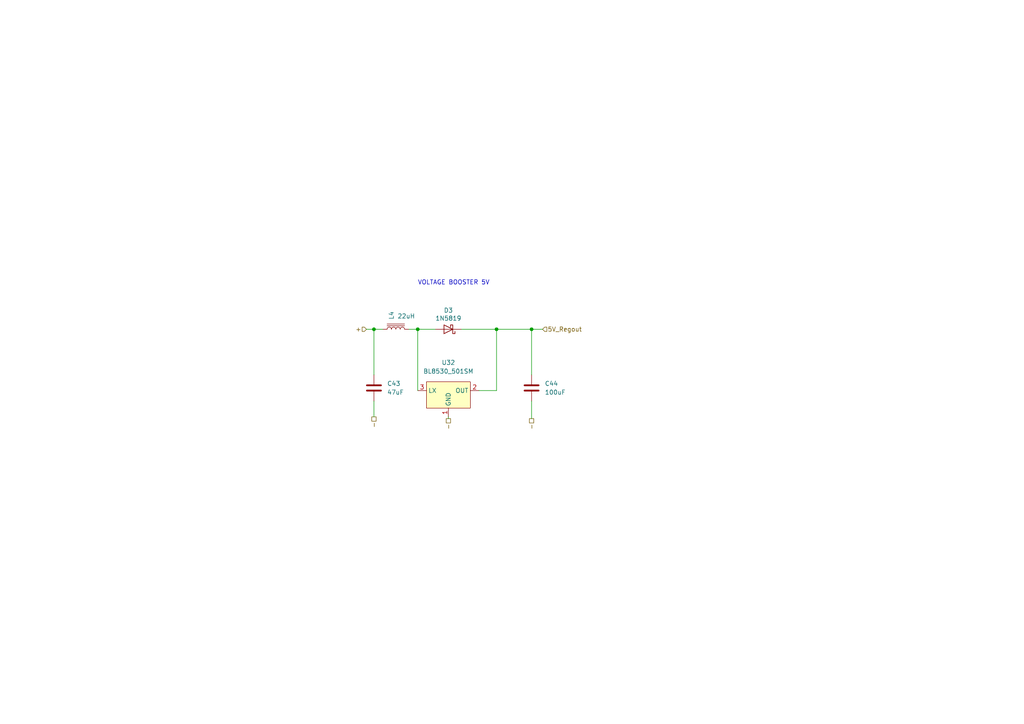
<source format=kicad_sch>
(kicad_sch (version 20211123) (generator eeschema)

  (uuid 3275b0ff-f798-4ad1-978e-d19846ab31af)

  (paper "A4")

  (lib_symbols
    (symbol "Device:C" (pin_numbers hide) (pin_names (offset 0.254)) (in_bom yes) (on_board yes)
      (property "Reference" "C" (id 0) (at 0.635 2.54 0)
        (effects (font (size 1.27 1.27)) (justify left))
      )
      (property "Value" "C" (id 1) (at 0.635 -2.54 0)
        (effects (font (size 1.27 1.27)) (justify left))
      )
      (property "Footprint" "" (id 2) (at 0.9652 -3.81 0)
        (effects (font (size 1.27 1.27)) hide)
      )
      (property "Datasheet" "~" (id 3) (at 0 0 0)
        (effects (font (size 1.27 1.27)) hide)
      )
      (property "ki_keywords" "cap capacitor" (id 4) (at 0 0 0)
        (effects (font (size 1.27 1.27)) hide)
      )
      (property "ki_description" "Unpolarized capacitor" (id 5) (at 0 0 0)
        (effects (font (size 1.27 1.27)) hide)
      )
      (property "ki_fp_filters" "C_*" (id 6) (at 0 0 0)
        (effects (font (size 1.27 1.27)) hide)
      )
      (symbol "C_0_1"
        (polyline
          (pts
            (xy -2.032 -0.762)
            (xy 2.032 -0.762)
          )
          (stroke (width 0.508) (type default) (color 0 0 0 0))
          (fill (type none))
        )
        (polyline
          (pts
            (xy -2.032 0.762)
            (xy 2.032 0.762)
          )
          (stroke (width 0.508) (type default) (color 0 0 0 0))
          (fill (type none))
        )
      )
      (symbol "C_1_1"
        (pin passive line (at 0 3.81 270) (length 2.794)
          (name "~" (effects (font (size 1.27 1.27))))
          (number "1" (effects (font (size 1.27 1.27))))
        )
        (pin passive line (at 0 -3.81 90) (length 2.794)
          (name "~" (effects (font (size 1.27 1.27))))
          (number "2" (effects (font (size 1.27 1.27))))
        )
      )
    )
    (symbol "Device:L_Iron" (pin_numbers hide) (pin_names (offset 1.016) hide) (in_bom yes) (on_board yes)
      (property "Reference" "L" (id 0) (at -1.27 0 90)
        (effects (font (size 1.27 1.27)))
      )
      (property "Value" "L_Iron" (id 1) (at 2.794 0 90)
        (effects (font (size 1.27 1.27)))
      )
      (property "Footprint" "" (id 2) (at 0 0 0)
        (effects (font (size 1.27 1.27)) hide)
      )
      (property "Datasheet" "~" (id 3) (at 0 0 0)
        (effects (font (size 1.27 1.27)) hide)
      )
      (property "ki_keywords" "inductor choke coil reactor magnetic" (id 4) (at 0 0 0)
        (effects (font (size 1.27 1.27)) hide)
      )
      (property "ki_description" "Inductor with iron core" (id 5) (at 0 0 0)
        (effects (font (size 1.27 1.27)) hide)
      )
      (property "ki_fp_filters" "Choke_* *Coil* Inductor_* L_*" (id 6) (at 0 0 0)
        (effects (font (size 1.27 1.27)) hide)
      )
      (symbol "L_Iron_0_1"
        (arc (start 0 -2.54) (mid 0.635 -1.905) (end 0 -1.27)
          (stroke (width 0) (type default) (color 0 0 0 0))
          (fill (type none))
        )
        (arc (start 0 -1.27) (mid 0.635 -0.635) (end 0 0)
          (stroke (width 0) (type default) (color 0 0 0 0))
          (fill (type none))
        )
        (polyline
          (pts
            (xy 1.016 2.54)
            (xy 1.016 -2.54)
          )
          (stroke (width 0) (type default) (color 0 0 0 0))
          (fill (type none))
        )
        (polyline
          (pts
            (xy 1.524 -2.54)
            (xy 1.524 2.54)
          )
          (stroke (width 0) (type default) (color 0 0 0 0))
          (fill (type none))
        )
        (arc (start 0 0) (mid 0.635 0.635) (end 0 1.27)
          (stroke (width 0) (type default) (color 0 0 0 0))
          (fill (type none))
        )
        (arc (start 0 1.27) (mid 0.635 1.905) (end 0 2.54)
          (stroke (width 0) (type default) (color 0 0 0 0))
          (fill (type none))
        )
      )
      (symbol "L_Iron_1_1"
        (pin passive line (at 0 3.81 270) (length 1.27)
          (name "1" (effects (font (size 1.27 1.27))))
          (number "1" (effects (font (size 1.27 1.27))))
        )
        (pin passive line (at 0 -3.81 90) (length 1.27)
          (name "2" (effects (font (size 1.27 1.27))))
          (number "2" (effects (font (size 1.27 1.27))))
        )
      )
    )
    (symbol "Library:BL8530_501SM" (in_bom yes) (on_board yes)
      (property "Reference" "U" (id 0) (at -1.27 8.89 0)
        (effects (font (size 1.27 1.27)))
      )
      (property "Value" "BL8530_501SM" (id 1) (at 0 6.35 0)
        (effects (font (size 1.27 1.27)))
      )
      (property "Footprint" "Package_TO_SOT_SMD:SOT-89-3" (id 2) (at -1.27 7.62 0)
        (effects (font (size 1.27 1.27)) hide)
      )
      (property "Datasheet" "" (id 3) (at -1.27 7.62 0)
        (effects (font (size 1.27 1.27)) hide)
      )
      (symbol "BL8530_501SM_0_1"
        (rectangle (start -6.35 5.08) (end 6.35 -2.54)
          (stroke (width 0) (type default) (color 0 0 0 0))
          (fill (type background))
        )
      )
      (symbol "BL8530_501SM_1_1"
        (pin input line (at 0 -5.08 90) (length 2.54)
          (name "GND" (effects (font (size 1.27 1.27))))
          (number "1" (effects (font (size 1.27 1.27))))
        )
        (pin input line (at 8.89 2.54 180) (length 2.54)
          (name "OUT" (effects (font (size 1.27 1.27))))
          (number "2" (effects (font (size 1.27 1.27))))
        )
        (pin input line (at -8.89 2.54 0) (length 2.54)
          (name "LX" (effects (font (size 1.27 1.27))))
          (number "3" (effects (font (size 1.27 1.27))))
        )
      )
    )
    (symbol "nrfmicro-rescue:MBR0520" (pin_numbers hide) (pin_names (offset 1.016) hide) (in_bom yes) (on_board yes)
      (property "Reference" "D" (id 0) (at 0 2.54 0)
        (effects (font (size 1.27 1.27)))
      )
      (property "Value" "MBR0520" (id 1) (at 0 -2.54 0)
        (effects (font (size 1.27 1.27)))
      )
      (property "Footprint" "Diodes_SMD:SOD-123" (id 2) (at 0 -4.445 0)
        (effects (font (size 1.27 1.27)) hide)
      )
      (property "Datasheet" "" (id 3) (at 0 0 0)
        (effects (font (size 1.27 1.27)) hide)
      )
      (property "ki_fp_filters" "D*SOD?123*" (id 4) (at 0 0 0)
        (effects (font (size 1.27 1.27)) hide)
      )
      (symbol "MBR0520_0_1"
        (polyline
          (pts
            (xy 1.27 0)
            (xy -1.27 0)
          )
          (stroke (width 0) (type default) (color 0 0 0 0))
          (fill (type none))
        )
        (polyline
          (pts
            (xy 1.27 1.27)
            (xy 1.27 -1.27)
            (xy -1.27 0)
            (xy 1.27 1.27)
          )
          (stroke (width 0.2032) (type default) (color 0 0 0 0))
          (fill (type none))
        )
        (polyline
          (pts
            (xy -1.905 0.635)
            (xy -1.905 1.27)
            (xy -1.27 1.27)
            (xy -1.27 -1.27)
            (xy -0.635 -1.27)
            (xy -0.635 -0.635)
          )
          (stroke (width 0.2032) (type default) (color 0 0 0 0))
          (fill (type none))
        )
      )
      (symbol "MBR0520_1_1"
        (pin passive line (at -3.81 0 0) (length 2.54)
          (name "K" (effects (font (size 1.27 1.27))))
          (number "1" (effects (font (size 1.27 1.27))))
        )
        (pin passive line (at 3.81 0 180) (length 2.54)
          (name "A" (effects (font (size 1.27 1.27))))
          (number "2" (effects (font (size 1.27 1.27))))
        )
      )
    )
  )

  (junction (at 121.158 95.504) (diameter 0) (color 0 0 0 0)
    (uuid 5addf36d-27f5-4b24-afb8-bb75d47ace2f)
  )
  (junction (at 144.018 95.504) (diameter 0) (color 0 0 0 0)
    (uuid c57eafd8-e45f-4725-a181-652454161dd9)
  )
  (junction (at 154.178 95.504) (diameter 0) (color 0 0 0 0)
    (uuid dafffc82-85af-4897-b022-b43e9f8b4733)
  )
  (junction (at 108.458 95.504) (diameter 0) (color 0 0 0 0)
    (uuid eaaa7ecc-5f0e-46b2-8f90-21144aeb1857)
  )

  (wire (pts (xy 154.178 121.412) (xy 154.178 116.332))
    (stroke (width 0) (type default) (color 0 0 0 0))
    (uuid 2c9196bd-6c9f-48b0-9d82-4786f370c718)
  )
  (wire (pts (xy 121.158 95.504) (xy 126.238 95.504))
    (stroke (width 0) (type default) (color 0 0 0 0))
    (uuid 42e7f93c-09e9-4ef3-9c92-4bcf75db5f6c)
  )
  (wire (pts (xy 108.458 95.504) (xy 110.998 95.504))
    (stroke (width 0) (type default) (color 0 0 0 0))
    (uuid 4baa2f40-535e-4ddb-8aa5-3347bee49194)
  )
  (wire (pts (xy 154.178 95.504) (xy 144.018 95.504))
    (stroke (width 0) (type default) (color 0 0 0 0))
    (uuid 50b98d50-7572-49be-b447-b60bc878f623)
  )
  (wire (pts (xy 106.299 95.504) (xy 108.458 95.504))
    (stroke (width 0) (type default) (color 0 0 0 0))
    (uuid 5a8e56f2-3c17-4bc1-98ca-b9ccfc4eee56)
  )
  (wire (pts (xy 144.018 113.284) (xy 144.018 95.504))
    (stroke (width 0) (type default) (color 0 0 0 0))
    (uuid 6b2cd55e-47ba-4025-85fc-1a5af000b6b6)
  )
  (wire (pts (xy 108.458 95.504) (xy 108.458 108.712))
    (stroke (width 0) (type default) (color 0 0 0 0))
    (uuid 6eceb367-0e33-49d3-ab72-eccc8f2a2b26)
  )
  (wire (pts (xy 154.178 95.504) (xy 154.178 108.712))
    (stroke (width 0) (type default) (color 0 0 0 0))
    (uuid c27f3dbc-2c6f-4766-addb-904e809092bf)
  )
  (wire (pts (xy 130.048 121.412) (xy 130.048 120.904))
    (stroke (width 0) (type default) (color 0 0 0 0))
    (uuid c7693a6d-df3e-4a12-aea7-30613053ba0f)
  )
  (wire (pts (xy 144.018 95.504) (xy 133.858 95.504))
    (stroke (width 0) (type default) (color 0 0 0 0))
    (uuid c9baacc3-b2f6-4e5f-b8d8-5a61852cd88e)
  )
  (wire (pts (xy 154.178 95.504) (xy 157.353 95.504))
    (stroke (width 0) (type default) (color 0 0 0 0))
    (uuid ce5ad8b9-c8d7-4a11-8a2f-d0ac728c79f0)
  )
  (wire (pts (xy 118.618 95.504) (xy 121.158 95.504))
    (stroke (width 0) (type default) (color 0 0 0 0))
    (uuid d6aa99ce-19ab-4f0d-869a-27024ddde51d)
  )
  (wire (pts (xy 138.938 113.284) (xy 144.018 113.284))
    (stroke (width 0) (type default) (color 0 0 0 0))
    (uuid de3b1730-ac5b-4296-9750-2a6d91fcec1a)
  )
  (wire (pts (xy 121.158 95.504) (xy 121.158 113.284))
    (stroke (width 0) (type default) (color 0 0 0 0))
    (uuid eeb5d96a-5f3f-48c1-84fc-bc4bca4c8472)
  )
  (wire (pts (xy 108.458 120.904) (xy 108.458 116.332))
    (stroke (width 0) (type default) (color 0 0 0 0))
    (uuid fbf58b41-7620-4fe1-803d-e24497483d71)
  )

  (text "VOLTAGE BOOSTER 5V" (at 121.158 82.804 0)
    (effects (font (size 1.27 1.27)) (justify left bottom))
    (uuid c5579cb8-b149-46ce-9bf9-bcf989b801ea)
  )

  (hierarchical_label "-" (shape passive) (at 130.048 121.412 270)
    (effects (font (size 1.27 1.27)) (justify right))
    (uuid 40a3fc71-f519-4269-ae7d-e399451333e5)
  )
  (hierarchical_label "-" (shape passive) (at 154.178 121.412 270)
    (effects (font (size 1.27 1.27)) (justify right))
    (uuid 992ef184-c14a-456b-95db-20bd9e2570b9)
  )
  (hierarchical_label "-" (shape passive) (at 108.458 120.904 270)
    (effects (font (size 1.27 1.27)) (justify right))
    (uuid dc03b137-b8f1-4731-897b-2aaef5efdda0)
  )
  (hierarchical_label "+" (shape input) (at 106.299 95.504 180)
    (effects (font (size 1.27 1.27)) (justify right))
    (uuid dea1c5fc-f346-4c20-9efd-c077b89b1c14)
  )
  (hierarchical_label "5V­_Regout" (shape input) (at 157.353 95.504 0)
    (effects (font (size 1.27 1.27)) (justify left))
    (uuid febe25bc-4137-4b2d-b1c6-4da5d7ea6ea9)
  )

  (symbol (lib_id "Device:C") (at 108.458 112.522 0) (unit 1)
    (in_bom yes) (on_board yes) (fields_autoplaced)
    (uuid 51aa741e-68b5-426d-b026-3501c495e15a)
    (property "Reference" "C43" (id 0) (at 112.268 111.2519 0)
      (effects (font (size 1.27 1.27)) (justify left))
    )
    (property "Value" "47uF" (id 1) (at 112.268 113.7919 0)
      (effects (font (size 1.27 1.27)) (justify left))
    )
    (property "Footprint" "Capacitor_SMD:C_0603_1608Metric" (id 2) (at 109.4232 116.332 0)
      (effects (font (size 1.27 1.27)) hide)
    )
    (property "Datasheet" "~" (id 3) (at 108.458 112.522 0)
      (effects (font (size 1.27 1.27)) hide)
    )
    (pin "1" (uuid 0b4e7df1-f063-4647-a85a-2ed2a2610610))
    (pin "2" (uuid f57a1676-bccf-420e-8992-39ff2da9b98b))
  )

  (symbol (lib_id "Device:C") (at 154.178 112.522 0) (unit 1)
    (in_bom yes) (on_board yes) (fields_autoplaced)
    (uuid 57a1eb36-5901-424e-bb23-6bc4648e8d84)
    (property "Reference" "C44" (id 0) (at 157.988 111.2519 0)
      (effects (font (size 1.27 1.27)) (justify left))
    )
    (property "Value" "100uF" (id 1) (at 157.988 113.7919 0)
      (effects (font (size 1.27 1.27)) (justify left))
    )
    (property "Footprint" "Capacitor_SMD:C_1206_3216Metric" (id 2) (at 155.1432 116.332 0)
      (effects (font (size 1.27 1.27)) hide)
    )
    (property "Datasheet" "~" (id 3) (at 154.178 112.522 0)
      (effects (font (size 1.27 1.27)) hide)
    )
    (pin "1" (uuid ce7af1fb-647c-403c-9def-6e27fd246f89))
    (pin "2" (uuid 16a98427-fe38-4150-bda5-d34f46303260))
  )

  (symbol (lib_id "Device:L_Iron") (at 114.808 95.504 90) (unit 1)
    (in_bom yes) (on_board yes)
    (uuid 7f934531-0c6d-47d2-a51a-d0f6f8607499)
    (property "Reference" "L4" (id 0) (at 113.5379 92.71 0)
      (effects (font (size 1.27 1.27)) (justify left))
    )
    (property "Value" "22uH" (id 1) (at 120.396 91.694 90)
      (effects (font (size 1.27 1.27)) (justify left))
    )
    (property "Footprint" "Inductor_SMD:L_Taiyo-Yuden_NR-40xx" (id 2) (at 114.808 95.504 0)
      (effects (font (size 1.27 1.27)) hide)
    )
    (property "Datasheet" "~" (id 3) (at 114.808 95.504 0)
      (effects (font (size 1.27 1.27)) hide)
    )
    (pin "1" (uuid 265ec7f8-e65e-4c35-a9ec-8ac438e025fc))
    (pin "2" (uuid 5a362f73-38e5-4390-9180-0ee5a083e145))
  )

  (symbol (lib_id "Library:BL8530_501SM") (at 130.048 115.824 0) (unit 1)
    (in_bom yes) (on_board yes) (fields_autoplaced)
    (uuid ba50c819-b387-409e-baa7-86594d8efa47)
    (property "Reference" "U32" (id 0) (at 130.048 105.156 0))
    (property "Value" "BL8530_501SM" (id 1) (at 130.048 107.696 0))
    (property "Footprint" "Package_TO_SOT_SMD:SOT-89-3" (id 2) (at 128.778 108.204 0)
      (effects (font (size 1.27 1.27)) hide)
    )
    (property "Datasheet" "" (id 3) (at 128.778 108.204 0)
      (effects (font (size 1.27 1.27)) hide)
    )
    (pin "1" (uuid cf7b517f-4ce0-40c2-931c-2f54db43b0bf))
    (pin "2" (uuid 2c388df3-c210-4e90-8a6a-8207da66b815))
    (pin "3" (uuid 95a7dfbf-691a-452c-a1d6-a9fd3115cd6d))
  )

  (symbol (lib_id "nrfmicro-rescue:MBR0520") (at 130.048 95.504 180) (unit 1)
    (in_bom yes) (on_board yes)
    (uuid fc90aa7b-5a1a-4828-8d95-c11efe269ebf)
    (property "Reference" "D3" (id 0) (at 130.048 90.0176 0))
    (property "Value" "1N5819" (id 1) (at 130.048 92.329 0))
    (property "Footprint" "Diode_SMD:D_SOD-323F" (id 2) (at 130.048 91.059 0)
      (effects (font (size 1.27 1.27)) hide)
    )
    (property "Datasheet" "" (id 3) (at 130.048 95.504 0)
      (effects (font (size 1.27 1.27)) hide)
    )
    (pin "1" (uuid c01442b0-9b94-4271-b59b-61bfed17b9bb))
    (pin "2" (uuid 97fdb163-e0ed-43ef-a45c-99baeb917a42))
  )
)

</source>
